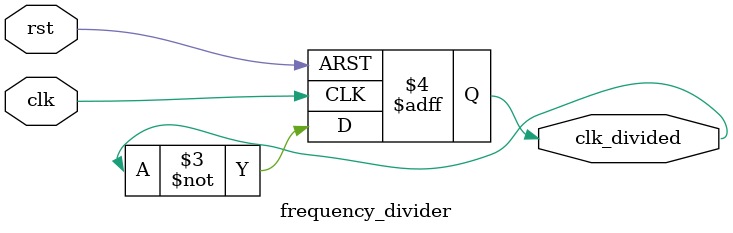
<source format=v>
module frequency_divider(
    input clk, rst,
    output reg clk_divided
    );

    always @(posedge clk, posedge rst) begin
        if (rst == 1)
            clk_divided <= 0;
        else 
            clk_divided <= ~clk_divided;
    end

endmodule

</source>
